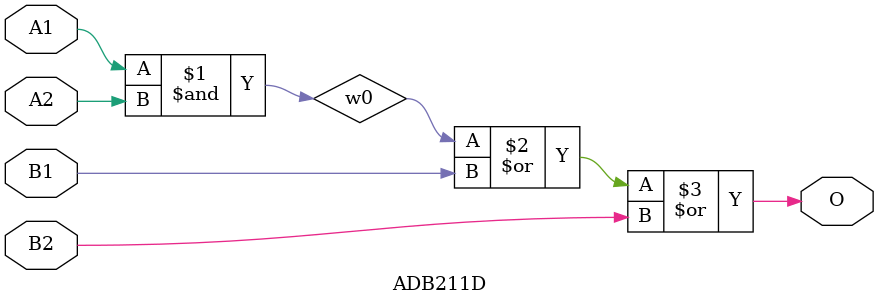
<source format=v>
module ADB211D(A1, A2, B1, B2, O);
input   A1;
input   A2;
input   B1;
input   B2;
output  O;
and g0(w0, A1, A2);
or g1(O, w0, B1, B2);
endmodule
</source>
